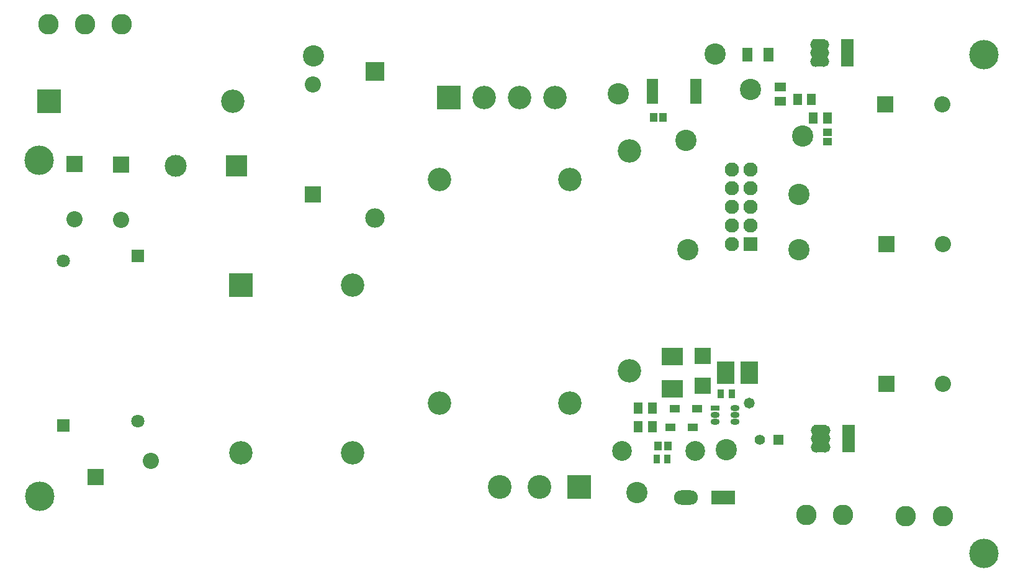
<source format=gts>
G04 Layer_Color=8388736*
%FSLAX25Y25*%
%MOIN*%
G70*
G01*
G75*
%ADD88O,0.04934X0.03162*%
%ADD89R,0.04934X0.03162*%
%ADD90R,0.07099X0.14579*%
%ADD91R,0.04737X0.06312*%
%ADD92R,0.05524X0.04147*%
%ADD93R,0.06312X0.04737*%
%ADD94R,0.03950X0.04540*%
%ADD95R,0.03753X0.04737*%
%ADD96R,0.04540X0.03950*%
%ADD97R,0.11599X0.09300*%
%ADD98R,0.08674X0.08674*%
%ADD99R,0.06115X0.13792*%
%ADD100R,0.05328X0.07690*%
%ADD101R,0.09265X0.12020*%
%ADD102C,0.15800*%
%ADD103C,0.11430*%
%ADD104C,0.10642*%
%ADD105R,0.12800X0.07769*%
%ADD106O,0.12800X0.07769*%
%ADD107C,0.12611*%
%ADD108C,0.07690*%
%ADD109R,0.07690X0.07690*%
%ADD110C,0.07099*%
%ADD111R,0.07099X0.07099*%
%ADD112C,0.08674*%
%ADD113R,0.12611X0.12611*%
%ADD114C,0.12768*%
%ADD115R,0.12768X0.12768*%
%ADD116C,0.11824*%
%ADD117R,0.11824X0.11824*%
%ADD118R,0.12611X0.12611*%
%ADD119R,0.08674X0.08674*%
%ADD120C,0.10446*%
%ADD121R,0.10446X0.10446*%
%ADD122R,0.05524X0.05524*%
%ADD123C,0.05524*%
%ADD124C,0.11036*%
%ADD125C,0.05800*%
D88*
X502630Y165520D02*
D03*
Y169260D02*
D03*
Y173000D02*
D03*
X492000Y165520D02*
D03*
Y169260D02*
D03*
D89*
Y173000D02*
D03*
D90*
X547823Y363500D02*
D03*
X563177D02*
D03*
X548323Y156500D02*
D03*
X563677D02*
D03*
D91*
X544760Y328500D02*
D03*
X552240D02*
D03*
X450760Y173000D02*
D03*
X458240D02*
D03*
X536260Y338500D02*
D03*
X543740D02*
D03*
X450760Y163000D02*
D03*
X458240D02*
D03*
D92*
X480004Y162500D02*
D03*
X467996D02*
D03*
X470496Y172500D02*
D03*
X482504D02*
D03*
D93*
X527000Y345240D02*
D03*
Y337760D02*
D03*
D94*
X461441Y152500D02*
D03*
X466559D02*
D03*
X458941Y329000D02*
D03*
X464059D02*
D03*
D95*
X466354Y145500D02*
D03*
X460646D02*
D03*
X500854Y180500D02*
D03*
X495146D02*
D03*
D96*
X552500Y321059D02*
D03*
Y315941D02*
D03*
D97*
X469000Y200701D02*
D03*
Y183299D02*
D03*
D98*
X485500Y200874D02*
D03*
Y185126D02*
D03*
X583500Y336000D02*
D03*
X584000Y186000D02*
D03*
Y261000D02*
D03*
X159500Y136000D02*
D03*
D99*
X481516Y343000D02*
D03*
X458484D02*
D03*
D100*
X509390Y362500D02*
D03*
X520610D02*
D03*
D101*
X510299Y192000D02*
D03*
X497701D02*
D03*
D102*
X129000Y306000D02*
D03*
X636500Y362500D02*
D03*
Y95000D02*
D03*
X129500Y125500D02*
D03*
D103*
X492000Y363000D02*
D03*
X450000Y127500D02*
D03*
X477500Y258000D02*
D03*
X498000Y150500D02*
D03*
X276500Y362000D02*
D03*
X511000Y344000D02*
D03*
X539030Y319029D02*
D03*
X476500Y316500D02*
D03*
X440000Y341500D02*
D03*
X537000Y287500D02*
D03*
Y258000D02*
D03*
D104*
X481500Y150000D02*
D03*
X442130D02*
D03*
D105*
X496500Y125000D02*
D03*
D106*
X476500D02*
D03*
D107*
X343921Y175500D02*
D03*
Y295500D02*
D03*
X414000D02*
D03*
Y175500D02*
D03*
X406047Y339500D02*
D03*
X368016D02*
D03*
X387032D02*
D03*
X446000Y311000D02*
D03*
Y192890D02*
D03*
X237500Y149000D02*
D03*
X297500D02*
D03*
Y239000D02*
D03*
X232925Y337500D02*
D03*
D108*
X501000Y301000D02*
D03*
Y291000D02*
D03*
Y281000D02*
D03*
Y271000D02*
D03*
Y261000D02*
D03*
X511000Y301000D02*
D03*
Y291000D02*
D03*
Y281000D02*
D03*
Y271000D02*
D03*
D109*
Y261000D02*
D03*
D110*
X182000Y165917D02*
D03*
X142000Y252083D02*
D03*
D111*
X182000Y254500D02*
D03*
X142000Y163500D02*
D03*
D112*
X614012Y336000D02*
D03*
X614512Y186000D02*
D03*
Y261000D02*
D03*
X189028Y144661D02*
D03*
X276000Y346555D02*
D03*
X148000Y274472D02*
D03*
X173000Y273972D02*
D03*
D113*
X349000Y339500D02*
D03*
X134500Y337500D02*
D03*
D114*
X376244Y130500D02*
D03*
X397622D02*
D03*
D115*
X419000D02*
D03*
D116*
X202205Y303000D02*
D03*
D117*
X235000D02*
D03*
D118*
X237500Y239000D02*
D03*
D119*
X276000Y287500D02*
D03*
X148000Y304000D02*
D03*
X173000Y303500D02*
D03*
D120*
X309500Y275000D02*
D03*
D121*
Y353740D02*
D03*
D122*
X526000Y156000D02*
D03*
D123*
X516157D02*
D03*
D124*
X541000Y115500D02*
D03*
X560685D02*
D03*
X594500Y115000D02*
D03*
X614185D02*
D03*
X173500Y379000D02*
D03*
X153815D02*
D03*
X134130D02*
D03*
D125*
X510500Y175500D02*
D03*
X546000Y363500D02*
D03*
Y368000D02*
D03*
Y359000D02*
D03*
X550500Y368000D02*
D03*
Y363500D02*
D03*
Y359000D02*
D03*
X551000Y152000D02*
D03*
Y156500D02*
D03*
Y161000D02*
D03*
X546500Y152000D02*
D03*
Y161000D02*
D03*
Y156500D02*
D03*
M02*

</source>
